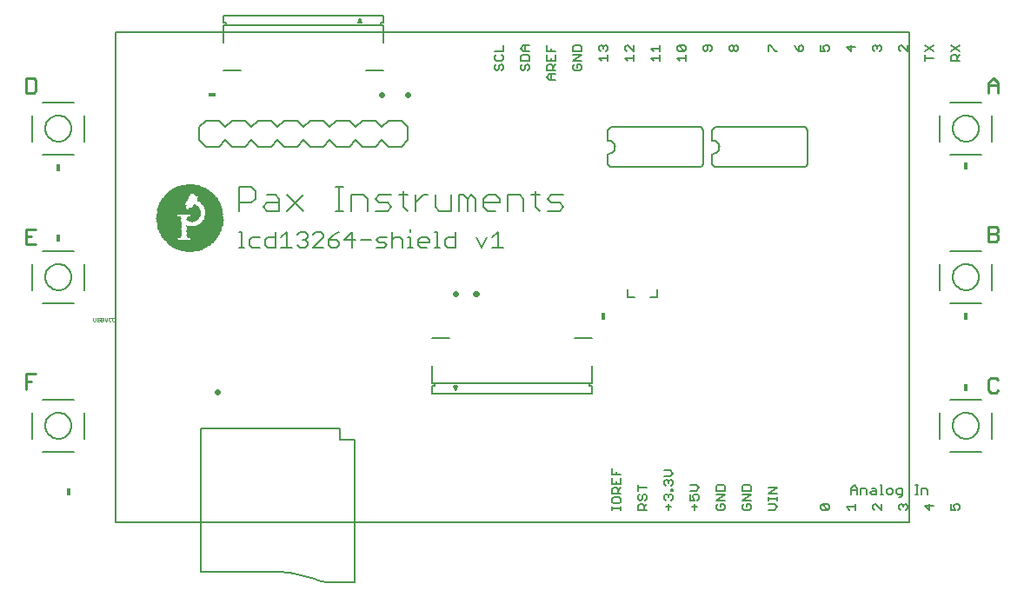
<source format=gto>
G75*
%MOIN*%
%OFA0B0*%
%FSLAX24Y24*%
%IPPOS*%
%LPD*%
%AMOC8*
5,1,8,0,0,1.08239X$1,22.5*
%
%ADD10C,0.0110*%
%ADD11C,0.0020*%
%ADD12C,0.0080*%
%ADD13C,0.0050*%
%ADD14R,0.0180X0.0300*%
%ADD15C,0.0220*%
%ADD16R,0.0300X0.0180*%
%ADD17C,0.0060*%
%ADD18R,0.0160X0.0010*%
%ADD19R,0.0360X0.0010*%
%ADD20R,0.0480X0.0010*%
%ADD21R,0.0580X0.0010*%
%ADD22R,0.0660X0.0010*%
%ADD23R,0.0730X0.0010*%
%ADD24R,0.0800X0.0010*%
%ADD25R,0.0860X0.0010*%
%ADD26R,0.0910X0.0010*%
%ADD27R,0.0960X0.0010*%
%ADD28R,0.1010X0.0010*%
%ADD29R,0.1060X0.0010*%
%ADD30R,0.1100X0.0010*%
%ADD31R,0.1140X0.0010*%
%ADD32R,0.1180X0.0010*%
%ADD33R,0.1220X0.0010*%
%ADD34R,0.1260X0.0010*%
%ADD35R,0.1290X0.0010*%
%ADD36R,0.1320X0.0010*%
%ADD37R,0.1360X0.0010*%
%ADD38R,0.1380X0.0010*%
%ADD39R,0.1420X0.0010*%
%ADD40R,0.1440X0.0010*%
%ADD41R,0.1480X0.0010*%
%ADD42R,0.1500X0.0010*%
%ADD43R,0.1530X0.0010*%
%ADD44R,0.1560X0.0010*%
%ADD45R,0.1580X0.0010*%
%ADD46R,0.1610X0.0010*%
%ADD47R,0.1640X0.0010*%
%ADD48R,0.1660X0.0010*%
%ADD49R,0.1680X0.0010*%
%ADD50R,0.1700X0.0010*%
%ADD51R,0.1720X0.0010*%
%ADD52R,0.1750X0.0010*%
%ADD53R,0.1770X0.0010*%
%ADD54R,0.1790X0.0010*%
%ADD55R,0.1810X0.0010*%
%ADD56R,0.1830X0.0010*%
%ADD57R,0.1850X0.0010*%
%ADD58R,0.1870X0.0010*%
%ADD59R,0.1890X0.0010*%
%ADD60R,0.1900X0.0010*%
%ADD61R,0.0490X0.0010*%
%ADD62R,0.0930X0.0010*%
%ADD63R,0.0500X0.0010*%
%ADD64R,0.0940X0.0010*%
%ADD65R,0.0510X0.0010*%
%ADD66R,0.0950X0.0010*%
%ADD67R,0.0520X0.0010*%
%ADD68R,0.0530X0.0010*%
%ADD69R,0.0970X0.0010*%
%ADD70R,0.0980X0.0010*%
%ADD71R,0.0540X0.0010*%
%ADD72R,0.0550X0.0010*%
%ADD73R,0.0990X0.0010*%
%ADD74R,0.0560X0.0010*%
%ADD75R,0.1000X0.0010*%
%ADD76R,0.0570X0.0010*%
%ADD77R,0.1020X0.0010*%
%ADD78R,0.0690X0.0010*%
%ADD79R,0.1130X0.0010*%
%ADD80R,0.0720X0.0010*%
%ADD81R,0.1160X0.0010*%
%ADD82R,0.0740X0.0010*%
%ADD83R,0.0750X0.0010*%
%ADD84R,0.1190X0.0010*%
%ADD85R,0.0770X0.0010*%
%ADD86R,0.1200X0.0010*%
%ADD87R,0.0780X0.0010*%
%ADD88R,0.0790X0.0010*%
%ADD89R,0.1230X0.0010*%
%ADD90R,0.1240X0.0010*%
%ADD91R,0.1250X0.0010*%
%ADD92R,0.0810X0.0010*%
%ADD93R,0.0820X0.0010*%
%ADD94R,0.0830X0.0010*%
%ADD95R,0.1270X0.0010*%
%ADD96R,0.0840X0.0010*%
%ADD97R,0.1280X0.0010*%
%ADD98R,0.0850X0.0010*%
%ADD99R,0.1300X0.0010*%
%ADD100R,0.1310X0.0010*%
%ADD101R,0.0870X0.0010*%
%ADD102R,0.0880X0.0010*%
%ADD103R,0.0890X0.0010*%
%ADD104R,0.1330X0.0010*%
%ADD105R,0.1340X0.0010*%
%ADD106R,0.0900X0.0010*%
%ADD107R,0.1350X0.0010*%
%ADD108R,0.0920X0.0010*%
%ADD109R,0.1370X0.0010*%
%ADD110R,0.0110X0.0010*%
%ADD111R,0.1080X0.0010*%
%ADD112R,0.0060X0.0010*%
%ADD113R,0.1040X0.0010*%
%ADD114R,0.0030X0.0010*%
%ADD115R,0.0070X0.0010*%
%ADD116R,0.0180X0.0010*%
%ADD117R,0.0240X0.0010*%
%ADD118R,0.0280X0.0010*%
%ADD119R,0.0320X0.0010*%
%ADD120R,0.0390X0.0010*%
%ADD121R,0.0410X0.0010*%
%ADD122R,0.0760X0.0010*%
%ADD123R,0.0420X0.0010*%
%ADD124R,0.0430X0.0010*%
%ADD125R,0.0440X0.0010*%
%ADD126R,0.0450X0.0010*%
%ADD127R,0.0460X0.0010*%
%ADD128R,0.0470X0.0010*%
%ADD129R,0.0710X0.0010*%
%ADD130R,0.0700X0.0010*%
%ADD131R,0.0370X0.0010*%
%ADD132R,0.0380X0.0010*%
%ADD133R,0.0680X0.0010*%
%ADD134R,0.1690X0.0010*%
%ADD135R,0.0670X0.0010*%
%ADD136R,0.1670X0.0010*%
%ADD137R,0.1650X0.0010*%
%ADD138R,0.1170X0.0010*%
%ADD139R,0.1150X0.0010*%
%ADD140R,0.1120X0.0010*%
%ADD141R,0.1110X0.0010*%
%ADD142R,0.1090X0.0010*%
%ADD143R,0.1070X0.0010*%
%ADD144R,0.1050X0.0010*%
%ADD145R,0.0400X0.0010*%
%ADD146R,0.0050X0.0010*%
%ADD147R,0.0290X0.0010*%
%ADD148R,0.0270X0.0010*%
%ADD149R,0.0250X0.0010*%
%ADD150R,0.0230X0.0010*%
%ADD151R,0.0220X0.0010*%
%ADD152R,0.0200X0.0010*%
%ADD153R,0.0170X0.0010*%
%ADD154R,0.0150X0.0010*%
%ADD155R,0.0130X0.0010*%
%ADD156R,0.1030X0.0010*%
%ADD157R,0.0080X0.0010*%
%ADD158R,0.0020X0.0010*%
%ADD159R,0.1620X0.0010*%
%ADD160R,0.1600X0.0010*%
%ADD161R,0.1550X0.0010*%
%ADD162R,0.1520X0.0010*%
%ADD163R,0.1470X0.0010*%
%ADD164R,0.1410X0.0010*%
%ADD165R,0.0640X0.0010*%
%ADD166R,0.0310X0.0010*%
D10*
X016615Y012348D02*
X016615Y012939D01*
X017008Y012939D01*
X016811Y012644D02*
X016615Y012644D01*
X016615Y017898D02*
X017008Y017898D01*
X016811Y018194D02*
X016615Y018194D01*
X016615Y018489D02*
X016615Y017898D01*
X016615Y018489D02*
X017008Y018489D01*
X016910Y023698D02*
X016615Y023698D01*
X016615Y024289D01*
X016910Y024289D01*
X017008Y024190D01*
X017008Y023797D01*
X016910Y023698D01*
X053515Y023698D02*
X053515Y024092D01*
X053711Y024289D01*
X053908Y024092D01*
X053908Y023698D01*
X053908Y023994D02*
X053515Y023994D01*
X053515Y018589D02*
X053810Y018589D01*
X053908Y018490D01*
X053908Y018392D01*
X053810Y018294D01*
X053515Y018294D01*
X053810Y018294D02*
X053908Y018195D01*
X053908Y018097D01*
X053810Y017998D01*
X053515Y017998D01*
X053515Y018589D01*
X053613Y012789D02*
X053515Y012690D01*
X053515Y012297D01*
X053613Y012198D01*
X053810Y012198D01*
X053908Y012297D01*
X053908Y012690D02*
X053810Y012789D01*
X053613Y012789D01*
D11*
X020033Y014972D02*
X020009Y014948D01*
X019963Y014948D01*
X019939Y014972D01*
X019939Y015065D01*
X019963Y015088D01*
X020009Y015088D01*
X020033Y015065D01*
X019885Y015065D02*
X019862Y015088D01*
X019815Y015088D01*
X019792Y015065D01*
X019792Y014972D01*
X019815Y014948D01*
X019862Y014948D01*
X019885Y014972D01*
X019738Y014995D02*
X019738Y015088D01*
X019738Y014995D02*
X019691Y014948D01*
X019645Y014995D01*
X019645Y015088D01*
X019591Y015065D02*
X019591Y015042D01*
X019567Y015018D01*
X019497Y015018D01*
X019443Y014995D02*
X019443Y014972D01*
X019420Y014948D01*
X019373Y014948D01*
X019350Y014972D01*
X019373Y015018D02*
X019420Y015018D01*
X019443Y014995D01*
X019443Y015065D02*
X019420Y015088D01*
X019373Y015088D01*
X019350Y015065D01*
X019350Y015042D01*
X019373Y015018D01*
X019296Y014972D02*
X019296Y015088D01*
X019203Y015088D02*
X019203Y014972D01*
X019226Y014948D01*
X019273Y014948D01*
X019296Y014972D01*
X019497Y014948D02*
X019567Y014948D01*
X019591Y014972D01*
X019591Y014995D01*
X019567Y015018D01*
X019591Y015065D02*
X019567Y015088D01*
X019497Y015088D01*
X019497Y014948D01*
D12*
X018466Y009943D02*
X017253Y009943D01*
X016860Y010455D02*
X016860Y011431D01*
X017253Y011943D02*
X018466Y011943D01*
X018860Y011431D02*
X018860Y010443D01*
X017360Y010943D02*
X017362Y010987D01*
X017368Y011031D01*
X017378Y011074D01*
X017391Y011116D01*
X017408Y011157D01*
X017429Y011196D01*
X017453Y011233D01*
X017480Y011268D01*
X017510Y011300D01*
X017543Y011330D01*
X017579Y011356D01*
X017616Y011380D01*
X017656Y011399D01*
X017697Y011416D01*
X017740Y011428D01*
X017783Y011437D01*
X017827Y011442D01*
X017871Y011443D01*
X017915Y011440D01*
X017959Y011433D01*
X018002Y011422D01*
X018044Y011408D01*
X018084Y011390D01*
X018123Y011368D01*
X018159Y011344D01*
X018193Y011316D01*
X018225Y011285D01*
X018254Y011251D01*
X018280Y011215D01*
X018302Y011177D01*
X018321Y011137D01*
X018336Y011095D01*
X018348Y011053D01*
X018356Y011009D01*
X018360Y010965D01*
X018360Y010921D01*
X018356Y010877D01*
X018348Y010833D01*
X018336Y010791D01*
X018321Y010749D01*
X018302Y010709D01*
X018280Y010671D01*
X018254Y010635D01*
X018225Y010601D01*
X018193Y010570D01*
X018159Y010542D01*
X018123Y010518D01*
X018084Y010496D01*
X018044Y010478D01*
X018002Y010464D01*
X017959Y010453D01*
X017915Y010446D01*
X017871Y010443D01*
X017827Y010444D01*
X017783Y010449D01*
X017740Y010458D01*
X017697Y010470D01*
X017656Y010487D01*
X017616Y010506D01*
X017579Y010530D01*
X017543Y010556D01*
X017510Y010586D01*
X017480Y010618D01*
X017453Y010653D01*
X017429Y010690D01*
X017408Y010729D01*
X017391Y010770D01*
X017378Y010812D01*
X017368Y010855D01*
X017362Y010899D01*
X017360Y010943D01*
X017253Y015643D02*
X018466Y015643D01*
X018860Y016143D02*
X018860Y017131D01*
X018466Y017643D02*
X017253Y017643D01*
X016860Y017131D02*
X016860Y016155D01*
X017360Y016643D02*
X017362Y016687D01*
X017368Y016731D01*
X017378Y016774D01*
X017391Y016816D01*
X017408Y016857D01*
X017429Y016896D01*
X017453Y016933D01*
X017480Y016968D01*
X017510Y017000D01*
X017543Y017030D01*
X017579Y017056D01*
X017616Y017080D01*
X017656Y017099D01*
X017697Y017116D01*
X017740Y017128D01*
X017783Y017137D01*
X017827Y017142D01*
X017871Y017143D01*
X017915Y017140D01*
X017959Y017133D01*
X018002Y017122D01*
X018044Y017108D01*
X018084Y017090D01*
X018123Y017068D01*
X018159Y017044D01*
X018193Y017016D01*
X018225Y016985D01*
X018254Y016951D01*
X018280Y016915D01*
X018302Y016877D01*
X018321Y016837D01*
X018336Y016795D01*
X018348Y016753D01*
X018356Y016709D01*
X018360Y016665D01*
X018360Y016621D01*
X018356Y016577D01*
X018348Y016533D01*
X018336Y016491D01*
X018321Y016449D01*
X018302Y016409D01*
X018280Y016371D01*
X018254Y016335D01*
X018225Y016301D01*
X018193Y016270D01*
X018159Y016242D01*
X018123Y016218D01*
X018084Y016196D01*
X018044Y016178D01*
X018002Y016164D01*
X017959Y016153D01*
X017915Y016146D01*
X017871Y016143D01*
X017827Y016144D01*
X017783Y016149D01*
X017740Y016158D01*
X017697Y016170D01*
X017656Y016187D01*
X017616Y016206D01*
X017579Y016230D01*
X017543Y016256D01*
X017510Y016286D01*
X017480Y016318D01*
X017453Y016353D01*
X017429Y016390D01*
X017408Y016429D01*
X017391Y016470D01*
X017378Y016512D01*
X017368Y016555D01*
X017362Y016599D01*
X017360Y016643D01*
X024800Y019183D02*
X024800Y020104D01*
X025260Y020104D01*
X025413Y019951D01*
X025413Y019644D01*
X025260Y019490D01*
X024800Y019490D01*
X025720Y019337D02*
X025874Y019490D01*
X026334Y019490D01*
X026334Y019644D02*
X026334Y019183D01*
X025874Y019183D01*
X025720Y019337D01*
X025874Y019797D02*
X026181Y019797D01*
X026334Y019644D01*
X026641Y019797D02*
X027255Y019183D01*
X026641Y019183D02*
X027255Y019797D01*
X028483Y020104D02*
X028790Y020104D01*
X028636Y020104D02*
X028636Y019183D01*
X028483Y019183D02*
X028790Y019183D01*
X029097Y019183D02*
X029097Y019797D01*
X029557Y019797D01*
X029710Y019644D01*
X029710Y019183D01*
X030017Y019183D02*
X030478Y019183D01*
X030631Y019337D01*
X030478Y019490D01*
X030171Y019490D01*
X030017Y019644D01*
X030171Y019797D01*
X030631Y019797D01*
X030938Y019797D02*
X031245Y019797D01*
X031092Y019951D02*
X031092Y019337D01*
X031245Y019183D01*
X031552Y019183D02*
X031552Y019797D01*
X031552Y019490D02*
X031859Y019797D01*
X032012Y019797D01*
X032319Y019797D02*
X032319Y019337D01*
X032473Y019183D01*
X032933Y019183D01*
X032933Y019797D01*
X033240Y019797D02*
X033394Y019797D01*
X033547Y019644D01*
X033700Y019797D01*
X033854Y019644D01*
X033854Y019183D01*
X033547Y019183D02*
X033547Y019644D01*
X033240Y019797D02*
X033240Y019183D01*
X034161Y019337D02*
X034161Y019644D01*
X034314Y019797D01*
X034621Y019797D01*
X034775Y019644D01*
X034775Y019490D01*
X034161Y019490D01*
X034161Y019337D02*
X034314Y019183D01*
X034621Y019183D01*
X035082Y019183D02*
X035082Y019797D01*
X035542Y019797D01*
X035695Y019644D01*
X035695Y019183D01*
X036156Y019337D02*
X036309Y019183D01*
X036156Y019337D02*
X036156Y019951D01*
X036002Y019797D02*
X036309Y019797D01*
X036616Y019644D02*
X036770Y019797D01*
X037230Y019797D01*
X037077Y019490D02*
X036770Y019490D01*
X036616Y019644D01*
X036616Y019183D02*
X037077Y019183D01*
X037230Y019337D01*
X037077Y019490D01*
X038940Y020988D02*
X038940Y021383D01*
X038960Y021383D02*
X038990Y021385D01*
X039020Y021390D01*
X039049Y021399D01*
X039076Y021412D01*
X039102Y021427D01*
X039126Y021446D01*
X039147Y021467D01*
X039166Y021491D01*
X039181Y021517D01*
X039194Y021544D01*
X039203Y021573D01*
X039208Y021603D01*
X039210Y021633D01*
X039208Y021663D01*
X039203Y021693D01*
X039194Y021722D01*
X039181Y021749D01*
X039166Y021775D01*
X039147Y021799D01*
X039126Y021820D01*
X039102Y021839D01*
X039076Y021854D01*
X039049Y021867D01*
X039020Y021876D01*
X038990Y021881D01*
X038960Y021883D01*
X038940Y021883D02*
X038940Y022215D01*
X038939Y022220D02*
X038938Y022245D01*
X038940Y022269D01*
X038946Y022293D01*
X038955Y022315D01*
X038968Y022336D01*
X038983Y022355D01*
X039001Y022372D01*
X039021Y022386D01*
X039042Y022397D01*
X039065Y022405D01*
X039089Y022410D01*
X039090Y022410D02*
X042430Y022410D01*
X042453Y022408D01*
X042476Y022403D01*
X042498Y022394D01*
X042518Y022381D01*
X042536Y022366D01*
X042551Y022348D01*
X042564Y022328D01*
X042573Y022306D01*
X042578Y022283D01*
X042580Y022260D01*
X042580Y021027D01*
X042581Y021006D01*
X042579Y020985D01*
X042574Y020965D01*
X042566Y020946D01*
X042555Y020929D01*
X042542Y020913D01*
X042526Y020900D01*
X042508Y020889D01*
X042489Y020881D01*
X042469Y020876D01*
X042469Y020877D02*
X039090Y020877D01*
X039090Y020876D02*
X039069Y020875D01*
X039048Y020877D01*
X039028Y020882D01*
X039009Y020890D01*
X038992Y020901D01*
X038976Y020914D01*
X038963Y020930D01*
X038952Y020948D01*
X038944Y020967D01*
X038939Y020987D01*
X042940Y020988D02*
X042940Y021383D01*
X042960Y021383D02*
X042990Y021385D01*
X043020Y021390D01*
X043049Y021399D01*
X043076Y021412D01*
X043102Y021427D01*
X043126Y021446D01*
X043147Y021467D01*
X043166Y021491D01*
X043181Y021517D01*
X043194Y021544D01*
X043203Y021573D01*
X043208Y021603D01*
X043210Y021633D01*
X043208Y021663D01*
X043203Y021693D01*
X043194Y021722D01*
X043181Y021749D01*
X043166Y021775D01*
X043147Y021799D01*
X043126Y021820D01*
X043102Y021839D01*
X043076Y021854D01*
X043049Y021867D01*
X043020Y021876D01*
X042990Y021881D01*
X042960Y021883D01*
X042940Y021883D02*
X042940Y022215D01*
X042939Y022220D02*
X042938Y022245D01*
X042940Y022269D01*
X042946Y022293D01*
X042955Y022315D01*
X042968Y022336D01*
X042983Y022355D01*
X043001Y022372D01*
X043021Y022386D01*
X043042Y022397D01*
X043065Y022405D01*
X043089Y022410D01*
X043090Y022410D02*
X046430Y022410D01*
X046453Y022408D01*
X046476Y022403D01*
X046498Y022394D01*
X046518Y022381D01*
X046536Y022366D01*
X046551Y022348D01*
X046564Y022328D01*
X046573Y022306D01*
X046578Y022283D01*
X046580Y022260D01*
X046580Y021027D01*
X046581Y021006D01*
X046579Y020985D01*
X046574Y020965D01*
X046566Y020946D01*
X046555Y020929D01*
X046542Y020913D01*
X046526Y020900D01*
X046508Y020889D01*
X046489Y020881D01*
X046469Y020876D01*
X046469Y020877D02*
X043090Y020877D01*
X043090Y020876D02*
X043069Y020875D01*
X043048Y020877D01*
X043028Y020882D01*
X043009Y020890D01*
X042992Y020901D01*
X042976Y020914D01*
X042963Y020930D01*
X042952Y020948D01*
X042944Y020967D01*
X042939Y020987D01*
X040811Y016183D02*
X040811Y015868D01*
X040574Y015868D01*
X039945Y015868D02*
X039708Y015868D01*
X039708Y016183D01*
X038330Y014315D02*
X037661Y014315D01*
X038330Y013240D02*
X038330Y012582D01*
X038212Y012582D01*
X032307Y012582D01*
X032307Y012464D01*
X032189Y012464D01*
X032189Y012189D01*
X038330Y012189D01*
X038330Y012464D01*
X038212Y012464D01*
X038212Y012582D01*
X033173Y012464D02*
X033094Y012307D01*
X033015Y012464D01*
X033173Y012464D01*
X033152Y012423D02*
X033036Y012423D01*
X033075Y012345D02*
X033113Y012345D01*
X032307Y012582D02*
X032189Y012582D01*
X032189Y013240D01*
X032189Y014315D02*
X032858Y014315D01*
X031010Y021643D02*
X030510Y021643D01*
X030260Y021893D01*
X030010Y021643D01*
X029510Y021643D01*
X029260Y021893D01*
X029010Y021643D01*
X028510Y021643D01*
X028260Y021893D01*
X028010Y021643D01*
X027510Y021643D01*
X027260Y021893D01*
X027010Y021643D01*
X026510Y021643D01*
X026260Y021893D01*
X026010Y021643D01*
X025510Y021643D01*
X025260Y021893D01*
X025010Y021643D01*
X024510Y021643D01*
X024260Y021893D01*
X024010Y021643D01*
X023510Y021643D01*
X023260Y021893D01*
X023260Y022393D01*
X023510Y022643D01*
X024010Y022643D01*
X024260Y022393D01*
X024510Y022643D01*
X025010Y022643D01*
X025260Y022393D01*
X025510Y022643D01*
X026010Y022643D01*
X026260Y022393D01*
X026510Y022643D01*
X027010Y022643D01*
X027260Y022393D01*
X027510Y022643D01*
X028010Y022643D01*
X028260Y022393D01*
X028510Y022643D01*
X029010Y022643D01*
X029260Y022393D01*
X029510Y022643D01*
X030010Y022643D01*
X030260Y022393D01*
X030510Y022643D01*
X031010Y022643D01*
X031260Y022393D01*
X031260Y021893D01*
X031010Y021643D01*
X030330Y024559D02*
X029661Y024559D01*
X030330Y025634D02*
X030330Y026291D01*
X030212Y026291D01*
X024307Y026291D01*
X024189Y026291D01*
X024189Y025634D01*
X024307Y026291D02*
X024307Y026409D01*
X024189Y026409D01*
X024189Y026685D01*
X030330Y026685D01*
X030330Y026409D01*
X030212Y026409D01*
X030212Y026291D01*
X029504Y026409D02*
X029346Y026409D01*
X029425Y026567D01*
X029504Y026409D01*
X029471Y026475D02*
X029379Y026475D01*
X029418Y026553D02*
X029432Y026553D01*
X024858Y024559D02*
X024189Y024559D01*
X018860Y022831D02*
X018860Y021855D01*
X018466Y021343D02*
X017253Y021343D01*
X016860Y021855D02*
X016860Y022843D01*
X017253Y023343D02*
X018466Y023343D01*
X017360Y022343D02*
X017362Y022387D01*
X017368Y022431D01*
X017378Y022474D01*
X017391Y022516D01*
X017408Y022557D01*
X017429Y022596D01*
X017453Y022633D01*
X017480Y022668D01*
X017510Y022700D01*
X017543Y022730D01*
X017579Y022756D01*
X017616Y022780D01*
X017656Y022799D01*
X017697Y022816D01*
X017740Y022828D01*
X017783Y022837D01*
X017827Y022842D01*
X017871Y022843D01*
X017915Y022840D01*
X017959Y022833D01*
X018002Y022822D01*
X018044Y022808D01*
X018084Y022790D01*
X018123Y022768D01*
X018159Y022744D01*
X018193Y022716D01*
X018225Y022685D01*
X018254Y022651D01*
X018280Y022615D01*
X018302Y022577D01*
X018321Y022537D01*
X018336Y022495D01*
X018348Y022453D01*
X018356Y022409D01*
X018360Y022365D01*
X018360Y022321D01*
X018356Y022277D01*
X018348Y022233D01*
X018336Y022191D01*
X018321Y022149D01*
X018302Y022109D01*
X018280Y022071D01*
X018254Y022035D01*
X018225Y022001D01*
X018193Y021970D01*
X018159Y021942D01*
X018123Y021918D01*
X018084Y021896D01*
X018044Y021878D01*
X018002Y021864D01*
X017959Y021853D01*
X017915Y021846D01*
X017871Y021843D01*
X017827Y021844D01*
X017783Y021849D01*
X017740Y021858D01*
X017697Y021870D01*
X017656Y021887D01*
X017616Y021906D01*
X017579Y021930D01*
X017543Y021956D01*
X017510Y021986D01*
X017480Y022018D01*
X017453Y022053D01*
X017429Y022090D01*
X017408Y022129D01*
X017391Y022170D01*
X017378Y022212D01*
X017368Y022255D01*
X017362Y022299D01*
X017360Y022343D01*
X051660Y021855D02*
X051660Y022843D01*
X052053Y023343D02*
X053266Y023343D01*
X053660Y022831D02*
X053660Y021855D01*
X053266Y021343D02*
X052053Y021343D01*
X052160Y022343D02*
X052162Y022387D01*
X052168Y022431D01*
X052178Y022474D01*
X052191Y022516D01*
X052208Y022557D01*
X052229Y022596D01*
X052253Y022633D01*
X052280Y022668D01*
X052310Y022700D01*
X052343Y022730D01*
X052379Y022756D01*
X052416Y022780D01*
X052456Y022799D01*
X052497Y022816D01*
X052540Y022828D01*
X052583Y022837D01*
X052627Y022842D01*
X052671Y022843D01*
X052715Y022840D01*
X052759Y022833D01*
X052802Y022822D01*
X052844Y022808D01*
X052884Y022790D01*
X052923Y022768D01*
X052959Y022744D01*
X052993Y022716D01*
X053025Y022685D01*
X053054Y022651D01*
X053080Y022615D01*
X053102Y022577D01*
X053121Y022537D01*
X053136Y022495D01*
X053148Y022453D01*
X053156Y022409D01*
X053160Y022365D01*
X053160Y022321D01*
X053156Y022277D01*
X053148Y022233D01*
X053136Y022191D01*
X053121Y022149D01*
X053102Y022109D01*
X053080Y022071D01*
X053054Y022035D01*
X053025Y022001D01*
X052993Y021970D01*
X052959Y021942D01*
X052923Y021918D01*
X052884Y021896D01*
X052844Y021878D01*
X052802Y021864D01*
X052759Y021853D01*
X052715Y021846D01*
X052671Y021843D01*
X052627Y021844D01*
X052583Y021849D01*
X052540Y021858D01*
X052497Y021870D01*
X052456Y021887D01*
X052416Y021906D01*
X052379Y021930D01*
X052343Y021956D01*
X052310Y021986D01*
X052280Y022018D01*
X052253Y022053D01*
X052229Y022090D01*
X052208Y022129D01*
X052191Y022170D01*
X052178Y022212D01*
X052168Y022255D01*
X052162Y022299D01*
X052160Y022343D01*
X052053Y017643D02*
X053266Y017643D01*
X053660Y017131D02*
X053660Y016155D01*
X053266Y015643D02*
X052053Y015643D01*
X051660Y016155D02*
X051660Y017143D01*
X052160Y016643D02*
X052162Y016687D01*
X052168Y016731D01*
X052178Y016774D01*
X052191Y016816D01*
X052208Y016857D01*
X052229Y016896D01*
X052253Y016933D01*
X052280Y016968D01*
X052310Y017000D01*
X052343Y017030D01*
X052379Y017056D01*
X052416Y017080D01*
X052456Y017099D01*
X052497Y017116D01*
X052540Y017128D01*
X052583Y017137D01*
X052627Y017142D01*
X052671Y017143D01*
X052715Y017140D01*
X052759Y017133D01*
X052802Y017122D01*
X052844Y017108D01*
X052884Y017090D01*
X052923Y017068D01*
X052959Y017044D01*
X052993Y017016D01*
X053025Y016985D01*
X053054Y016951D01*
X053080Y016915D01*
X053102Y016877D01*
X053121Y016837D01*
X053136Y016795D01*
X053148Y016753D01*
X053156Y016709D01*
X053160Y016665D01*
X053160Y016621D01*
X053156Y016577D01*
X053148Y016533D01*
X053136Y016491D01*
X053121Y016449D01*
X053102Y016409D01*
X053080Y016371D01*
X053054Y016335D01*
X053025Y016301D01*
X052993Y016270D01*
X052959Y016242D01*
X052923Y016218D01*
X052884Y016196D01*
X052844Y016178D01*
X052802Y016164D01*
X052759Y016153D01*
X052715Y016146D01*
X052671Y016143D01*
X052627Y016144D01*
X052583Y016149D01*
X052540Y016158D01*
X052497Y016170D01*
X052456Y016187D01*
X052416Y016206D01*
X052379Y016230D01*
X052343Y016256D01*
X052310Y016286D01*
X052280Y016318D01*
X052253Y016353D01*
X052229Y016390D01*
X052208Y016429D01*
X052191Y016470D01*
X052178Y016512D01*
X052168Y016555D01*
X052162Y016599D01*
X052160Y016643D01*
X052053Y011943D02*
X053266Y011943D01*
X053660Y011431D02*
X053660Y010455D01*
X053266Y009943D02*
X052053Y009943D01*
X051660Y010455D02*
X051660Y011443D01*
X052160Y010943D02*
X052162Y010987D01*
X052168Y011031D01*
X052178Y011074D01*
X052191Y011116D01*
X052208Y011157D01*
X052229Y011196D01*
X052253Y011233D01*
X052280Y011268D01*
X052310Y011300D01*
X052343Y011330D01*
X052379Y011356D01*
X052416Y011380D01*
X052456Y011399D01*
X052497Y011416D01*
X052540Y011428D01*
X052583Y011437D01*
X052627Y011442D01*
X052671Y011443D01*
X052715Y011440D01*
X052759Y011433D01*
X052802Y011422D01*
X052844Y011408D01*
X052884Y011390D01*
X052923Y011368D01*
X052959Y011344D01*
X052993Y011316D01*
X053025Y011285D01*
X053054Y011251D01*
X053080Y011215D01*
X053102Y011177D01*
X053121Y011137D01*
X053136Y011095D01*
X053148Y011053D01*
X053156Y011009D01*
X053160Y010965D01*
X053160Y010921D01*
X053156Y010877D01*
X053148Y010833D01*
X053136Y010791D01*
X053121Y010749D01*
X053102Y010709D01*
X053080Y010671D01*
X053054Y010635D01*
X053025Y010601D01*
X052993Y010570D01*
X052959Y010542D01*
X052923Y010518D01*
X052884Y010496D01*
X052844Y010478D01*
X052802Y010464D01*
X052759Y010453D01*
X052715Y010446D01*
X052671Y010443D01*
X052627Y010444D01*
X052583Y010449D01*
X052540Y010458D01*
X052497Y010470D01*
X052456Y010487D01*
X052416Y010506D01*
X052379Y010530D01*
X052343Y010556D01*
X052310Y010586D01*
X052280Y010618D01*
X052253Y010653D01*
X052229Y010690D01*
X052208Y010729D01*
X052191Y010770D01*
X052178Y010812D01*
X052168Y010855D01*
X052162Y010899D01*
X052160Y010943D01*
D13*
X050476Y007234D02*
X050476Y026053D01*
X020043Y026053D01*
X020043Y007234D01*
X050476Y007234D01*
X034915Y017768D02*
X034508Y017768D01*
X034712Y017768D02*
X034712Y018379D01*
X034508Y018175D01*
X034307Y018175D02*
X034104Y017768D01*
X033900Y018175D01*
X033092Y018175D02*
X032787Y018175D01*
X032685Y018074D01*
X032685Y017870D01*
X032787Y017768D01*
X033092Y017768D01*
X033092Y018379D01*
X032381Y018379D02*
X032381Y017768D01*
X032280Y017768D02*
X032483Y017768D01*
X032079Y017972D02*
X031672Y017972D01*
X031672Y018074D02*
X031774Y018175D01*
X031977Y018175D01*
X032079Y018074D01*
X032079Y017972D01*
X031977Y017768D02*
X031774Y017768D01*
X031672Y017870D01*
X031672Y018074D01*
X031369Y018175D02*
X031369Y017768D01*
X031470Y017768D02*
X031267Y017768D01*
X031066Y017768D02*
X031066Y018074D01*
X030964Y018175D01*
X030761Y018175D01*
X030659Y018074D01*
X030458Y018175D02*
X030153Y018175D01*
X030051Y018074D01*
X030153Y017972D01*
X030357Y017972D01*
X030458Y017870D01*
X030357Y017768D01*
X030051Y017768D01*
X029851Y018074D02*
X029444Y018074D01*
X029243Y018074D02*
X028836Y018074D01*
X029141Y018379D01*
X029141Y017768D01*
X028635Y017870D02*
X028635Y017972D01*
X028534Y018074D01*
X028228Y018074D01*
X028228Y017870D01*
X028330Y017768D01*
X028534Y017768D01*
X028635Y017870D01*
X028432Y018277D02*
X028228Y018074D01*
X028028Y018175D02*
X027621Y017768D01*
X028028Y017768D01*
X027420Y017870D02*
X027318Y017768D01*
X027115Y017768D01*
X027013Y017870D01*
X026812Y017768D02*
X026405Y017768D01*
X026204Y017768D02*
X025899Y017768D01*
X025797Y017870D01*
X025797Y018074D01*
X025899Y018175D01*
X026204Y018175D01*
X026405Y018175D02*
X026609Y018379D01*
X026609Y017768D01*
X026204Y017768D02*
X026204Y018379D01*
X025597Y018175D02*
X025291Y018175D01*
X025190Y018074D01*
X025190Y017870D01*
X025291Y017768D01*
X025597Y017768D01*
X024988Y017768D02*
X024785Y017768D01*
X024886Y017768D02*
X024886Y018379D01*
X024785Y018379D01*
X027013Y018277D02*
X027115Y018379D01*
X027318Y018379D01*
X027420Y018277D01*
X027420Y018175D01*
X027318Y018074D01*
X027420Y017972D01*
X027420Y017870D01*
X027318Y018074D02*
X027216Y018074D01*
X027621Y018277D02*
X027722Y018379D01*
X027926Y018379D01*
X028028Y018277D01*
X028028Y018175D01*
X028432Y018277D02*
X028635Y018379D01*
X030659Y018379D02*
X030659Y017768D01*
X031267Y018175D02*
X031369Y018175D01*
X031369Y018379D02*
X031369Y018481D01*
X032280Y018379D02*
X032381Y018379D01*
X028660Y010843D02*
X023310Y010843D01*
X023310Y005343D01*
X026039Y005343D01*
X028213Y004943D02*
X029210Y004943D01*
X029210Y010393D01*
X028660Y010393D01*
X028660Y010843D01*
X027819Y005015D02*
X027874Y004996D01*
X027929Y004980D01*
X027985Y004967D01*
X028041Y004956D01*
X028098Y004949D01*
X028156Y004944D01*
X028213Y004943D01*
X027819Y005015D02*
X027687Y005063D01*
X027555Y005108D01*
X027421Y005148D01*
X027286Y005185D01*
X027150Y005218D01*
X027013Y005247D01*
X026875Y005273D01*
X026737Y005294D01*
X026598Y005312D01*
X026458Y005325D01*
X026319Y005335D01*
X026179Y005341D01*
X026039Y005343D01*
D14*
X018260Y008393D03*
X017860Y018143D03*
X017860Y020843D03*
X038760Y015143D03*
X052660Y015143D03*
X052660Y012393D03*
X052660Y020893D03*
D15*
X033894Y016018D02*
X033870Y016018D01*
X033106Y016018D02*
X033082Y016018D01*
X023972Y012243D02*
X023948Y012243D01*
X030248Y023643D02*
X030272Y023643D01*
X031248Y023643D02*
X031272Y023643D01*
D16*
X023760Y023643D03*
D17*
X034589Y024625D02*
X034646Y024568D01*
X034703Y024568D01*
X034759Y024625D01*
X034759Y024739D01*
X034816Y024795D01*
X034873Y024795D01*
X034930Y024739D01*
X034930Y024625D01*
X034873Y024568D01*
X034589Y024625D02*
X034589Y024739D01*
X034646Y024795D01*
X034646Y024937D02*
X034873Y024937D01*
X034930Y024993D01*
X034930Y025107D01*
X034873Y025164D01*
X034930Y025305D02*
X034930Y025532D01*
X034930Y025305D02*
X034589Y025305D01*
X034646Y025164D02*
X034589Y025107D01*
X034589Y024993D01*
X034646Y024937D01*
X035589Y024937D02*
X035589Y025107D01*
X035646Y025164D01*
X035873Y025164D01*
X035930Y025107D01*
X035930Y024937D01*
X035589Y024937D01*
X035646Y024795D02*
X035589Y024739D01*
X035589Y024625D01*
X035646Y024568D01*
X035703Y024568D01*
X035759Y024625D01*
X035759Y024739D01*
X035816Y024795D01*
X035873Y024795D01*
X035930Y024739D01*
X035930Y024625D01*
X035873Y024568D01*
X036589Y024568D02*
X036589Y024739D01*
X036646Y024795D01*
X036759Y024795D01*
X036816Y024739D01*
X036816Y024568D01*
X036930Y024568D02*
X036589Y024568D01*
X036703Y024427D02*
X036930Y024427D01*
X036759Y024427D02*
X036759Y024200D01*
X036703Y024200D02*
X036589Y024313D01*
X036703Y024427D01*
X036703Y024200D02*
X036930Y024200D01*
X036816Y024682D02*
X036930Y024795D01*
X036930Y024937D02*
X036930Y025164D01*
X036930Y025305D02*
X036589Y025305D01*
X036589Y025532D01*
X036759Y025418D02*
X036759Y025305D01*
X036589Y025164D02*
X036589Y024937D01*
X036930Y024937D01*
X036759Y024937D02*
X036759Y025050D01*
X037589Y024937D02*
X037930Y025164D01*
X037589Y025164D01*
X037589Y025305D02*
X037589Y025475D01*
X037646Y025532D01*
X037873Y025532D01*
X037930Y025475D01*
X037930Y025305D01*
X037589Y025305D01*
X037589Y024937D02*
X037930Y024937D01*
X037873Y024795D02*
X037759Y024795D01*
X037759Y024682D01*
X037646Y024795D02*
X037589Y024739D01*
X037589Y024625D01*
X037646Y024568D01*
X037873Y024568D01*
X037930Y024625D01*
X037930Y024739D01*
X037873Y024795D01*
X038589Y025050D02*
X038930Y025050D01*
X038930Y024937D02*
X038930Y025164D01*
X038873Y025305D02*
X038930Y025362D01*
X038930Y025475D01*
X038873Y025532D01*
X038816Y025532D01*
X038759Y025475D01*
X038759Y025418D01*
X038759Y025475D02*
X038703Y025532D01*
X038646Y025532D01*
X038589Y025475D01*
X038589Y025362D01*
X038646Y025305D01*
X038589Y025050D02*
X038703Y024937D01*
X039589Y025050D02*
X039930Y025050D01*
X039930Y024937D02*
X039930Y025164D01*
X039930Y025305D02*
X039703Y025532D01*
X039646Y025532D01*
X039589Y025475D01*
X039589Y025362D01*
X039646Y025305D01*
X039589Y025050D02*
X039703Y024937D01*
X039930Y025305D02*
X039930Y025532D01*
X040589Y025418D02*
X040930Y025418D01*
X040930Y025305D02*
X040930Y025532D01*
X040703Y025305D02*
X040589Y025418D01*
X040589Y025050D02*
X040930Y025050D01*
X040930Y024937D02*
X040930Y025164D01*
X040703Y024937D02*
X040589Y025050D01*
X041589Y025050D02*
X041930Y025050D01*
X041930Y024937D02*
X041930Y025164D01*
X041873Y025305D02*
X041646Y025532D01*
X041873Y025532D01*
X041930Y025475D01*
X041930Y025362D01*
X041873Y025305D01*
X041646Y025305D01*
X041589Y025362D01*
X041589Y025475D01*
X041646Y025532D01*
X041589Y025050D02*
X041703Y024937D01*
X042589Y025362D02*
X042646Y025305D01*
X042703Y025305D01*
X042759Y025362D01*
X042759Y025532D01*
X042646Y025532D02*
X042589Y025475D01*
X042589Y025362D01*
X042646Y025532D02*
X042873Y025532D01*
X042930Y025475D01*
X042930Y025362D01*
X042873Y025305D01*
X043589Y025362D02*
X043589Y025475D01*
X043646Y025532D01*
X043703Y025532D01*
X043759Y025475D01*
X043759Y025362D01*
X043703Y025305D01*
X043646Y025305D01*
X043589Y025362D01*
X043759Y025362D02*
X043816Y025305D01*
X043873Y025305D01*
X043930Y025362D01*
X043930Y025475D01*
X043873Y025532D01*
X043816Y025532D01*
X043759Y025475D01*
X045089Y025532D02*
X045089Y025305D01*
X045089Y025532D02*
X045146Y025532D01*
X045373Y025305D01*
X045430Y025305D01*
X046089Y025532D02*
X046146Y025418D01*
X046259Y025305D01*
X046259Y025475D01*
X046316Y025532D01*
X046373Y025532D01*
X046430Y025475D01*
X046430Y025362D01*
X046373Y025305D01*
X046259Y025305D01*
X047089Y025305D02*
X047089Y025532D01*
X047203Y025475D02*
X047259Y025532D01*
X047373Y025532D01*
X047430Y025475D01*
X047430Y025362D01*
X047373Y025305D01*
X047259Y025305D02*
X047203Y025418D01*
X047203Y025475D01*
X047259Y025305D02*
X047089Y025305D01*
X048089Y025475D02*
X048259Y025305D01*
X048259Y025532D01*
X048089Y025475D02*
X048430Y025475D01*
X049089Y025475D02*
X049146Y025532D01*
X049203Y025532D01*
X049259Y025475D01*
X049316Y025532D01*
X049373Y025532D01*
X049430Y025475D01*
X049430Y025362D01*
X049373Y025305D01*
X049259Y025418D02*
X049259Y025475D01*
X049089Y025475D02*
X049089Y025362D01*
X049146Y025305D01*
X050089Y025362D02*
X050146Y025305D01*
X050089Y025362D02*
X050089Y025475D01*
X050146Y025532D01*
X050203Y025532D01*
X050430Y025305D01*
X050430Y025532D01*
X051089Y025532D02*
X051430Y025305D01*
X051430Y025532D02*
X051089Y025305D01*
X051089Y025164D02*
X051089Y024937D01*
X051089Y025050D02*
X051430Y025050D01*
X052089Y025107D02*
X052146Y025164D01*
X052259Y025164D01*
X052316Y025107D01*
X052316Y024937D01*
X052316Y025050D02*
X052430Y025164D01*
X052430Y025305D02*
X052089Y025532D01*
X052089Y025305D02*
X052430Y025532D01*
X052089Y025107D02*
X052089Y024937D01*
X052430Y024937D01*
X035930Y025305D02*
X035703Y025305D01*
X035589Y025418D01*
X035703Y025532D01*
X035930Y025532D01*
X035759Y025532D02*
X035759Y025305D01*
X039089Y009296D02*
X039089Y009069D01*
X039430Y009069D01*
X039430Y008927D02*
X039430Y008700D01*
X039089Y008700D01*
X039089Y008927D01*
X039259Y008814D02*
X039259Y008700D01*
X039259Y008559D02*
X039316Y008502D01*
X039316Y008332D01*
X039430Y008332D02*
X039089Y008332D01*
X039089Y008502D01*
X039146Y008559D01*
X039259Y008559D01*
X039316Y008446D02*
X039430Y008559D01*
X039373Y008191D02*
X039146Y008191D01*
X039089Y008134D01*
X039089Y008021D01*
X039146Y007964D01*
X039373Y007964D01*
X039430Y008021D01*
X039430Y008134D01*
X039373Y008191D01*
X039430Y007832D02*
X039430Y007718D01*
X039430Y007775D02*
X039089Y007775D01*
X039089Y007718D02*
X039089Y007832D01*
X040089Y007888D02*
X040089Y007718D01*
X040430Y007718D01*
X040316Y007718D02*
X040316Y007888D01*
X040259Y007945D01*
X040146Y007945D01*
X040089Y007888D01*
X040146Y008087D02*
X040203Y008087D01*
X040259Y008143D01*
X040259Y008257D01*
X040316Y008313D01*
X040373Y008313D01*
X040430Y008257D01*
X040430Y008143D01*
X040373Y008087D01*
X040430Y007945D02*
X040316Y007832D01*
X040146Y008087D02*
X040089Y008143D01*
X040089Y008257D01*
X040146Y008313D01*
X040089Y008455D02*
X040089Y008682D01*
X040089Y008568D02*
X040430Y008568D01*
X041089Y008696D02*
X041089Y008809D01*
X041146Y008866D01*
X041203Y008866D01*
X041259Y008809D01*
X041316Y008866D01*
X041373Y008866D01*
X041430Y008809D01*
X041430Y008696D01*
X041373Y008639D01*
X041373Y008512D02*
X041430Y008512D01*
X041430Y008455D01*
X041373Y008455D01*
X041373Y008512D01*
X041373Y008313D02*
X041430Y008257D01*
X041430Y008143D01*
X041373Y008087D01*
X041259Y008200D02*
X041259Y008257D01*
X041316Y008313D01*
X041373Y008313D01*
X041259Y008257D02*
X041203Y008313D01*
X041146Y008313D01*
X041089Y008257D01*
X041089Y008143D01*
X041146Y008087D01*
X041259Y007945D02*
X041259Y007718D01*
X041146Y007832D02*
X041373Y007832D01*
X042089Y008087D02*
X042259Y008087D01*
X042203Y008200D01*
X042203Y008257D01*
X042259Y008313D01*
X042373Y008313D01*
X042430Y008257D01*
X042430Y008143D01*
X042373Y008087D01*
X042259Y007945D02*
X042259Y007718D01*
X042146Y007832D02*
X042373Y007832D01*
X042089Y008087D02*
X042089Y008313D01*
X042089Y008455D02*
X042316Y008455D01*
X042430Y008568D01*
X042316Y008682D01*
X042089Y008682D01*
X041430Y009121D02*
X041316Y009007D01*
X041089Y009007D01*
X041089Y009234D02*
X041316Y009234D01*
X041430Y009121D01*
X041259Y008809D02*
X041259Y008753D01*
X041146Y008639D02*
X041089Y008696D01*
X039259Y009069D02*
X039259Y009182D01*
X043089Y008625D02*
X043089Y008455D01*
X043430Y008455D01*
X043430Y008625D01*
X043373Y008682D01*
X043146Y008682D01*
X043089Y008625D01*
X043089Y008313D02*
X043430Y008313D01*
X043089Y008087D01*
X043430Y008087D01*
X043373Y007945D02*
X043259Y007945D01*
X043259Y007832D01*
X043146Y007945D02*
X043089Y007888D01*
X043089Y007775D01*
X043146Y007718D01*
X043373Y007718D01*
X043430Y007775D01*
X043430Y007888D01*
X043373Y007945D01*
X044089Y007888D02*
X044089Y007775D01*
X044146Y007718D01*
X044373Y007718D01*
X044430Y007775D01*
X044430Y007888D01*
X044373Y007945D01*
X044259Y007945D01*
X044259Y007832D01*
X044146Y007945D02*
X044089Y007888D01*
X044089Y008087D02*
X044430Y008313D01*
X044089Y008313D01*
X044089Y008455D02*
X044089Y008625D01*
X044146Y008682D01*
X044373Y008682D01*
X044430Y008625D01*
X044430Y008455D01*
X044089Y008455D01*
X044089Y008087D02*
X044430Y008087D01*
X045089Y008087D02*
X045089Y008200D01*
X045089Y008143D02*
X045430Y008143D01*
X045430Y008087D02*
X045430Y008200D01*
X045430Y008332D02*
X045089Y008332D01*
X045430Y008559D01*
X045089Y008559D01*
X045089Y007945D02*
X045316Y007945D01*
X045430Y007832D01*
X045316Y007718D01*
X045089Y007718D01*
X047089Y007775D02*
X047146Y007718D01*
X047373Y007718D01*
X047146Y007945D01*
X047373Y007945D01*
X047430Y007888D01*
X047430Y007775D01*
X047373Y007718D01*
X047089Y007775D02*
X047089Y007888D01*
X047146Y007945D01*
X048089Y007832D02*
X048203Y007718D01*
X048089Y007832D02*
X048430Y007832D01*
X048430Y007945D02*
X048430Y007718D01*
X049089Y007775D02*
X049146Y007718D01*
X049089Y007775D02*
X049089Y007888D01*
X049146Y007945D01*
X049203Y007945D01*
X049430Y007718D01*
X049430Y007945D01*
X049432Y008318D02*
X049432Y008659D01*
X049375Y008659D01*
X049234Y008488D02*
X049234Y008318D01*
X049064Y008318D01*
X049007Y008375D01*
X049064Y008432D01*
X049234Y008432D01*
X049234Y008488D02*
X049177Y008545D01*
X049064Y008545D01*
X048865Y008488D02*
X048865Y008318D01*
X048865Y008488D02*
X048809Y008545D01*
X048639Y008545D01*
X048639Y008318D01*
X048497Y008318D02*
X048497Y008545D01*
X048384Y008659D01*
X048270Y008545D01*
X048270Y008318D01*
X048270Y008488D02*
X048497Y008488D01*
X049375Y008318D02*
X049489Y008318D01*
X049621Y008375D02*
X049677Y008318D01*
X049791Y008318D01*
X049848Y008375D01*
X049848Y008488D01*
X049791Y008545D01*
X049677Y008545D01*
X049621Y008488D01*
X049621Y008375D01*
X049989Y008375D02*
X049989Y008488D01*
X050046Y008545D01*
X050216Y008545D01*
X050216Y008262D01*
X050159Y008205D01*
X050102Y008205D01*
X050046Y008318D02*
X050216Y008318D01*
X050046Y008318D02*
X049989Y008375D01*
X050146Y007945D02*
X050203Y007945D01*
X050259Y007888D01*
X050316Y007945D01*
X050373Y007945D01*
X050430Y007888D01*
X050430Y007775D01*
X050373Y007718D01*
X050259Y007832D02*
X050259Y007888D01*
X050146Y007945D02*
X050089Y007888D01*
X050089Y007775D01*
X050146Y007718D01*
X051089Y007888D02*
X051259Y007718D01*
X051259Y007945D01*
X051089Y007888D02*
X051430Y007888D01*
X051198Y008318D02*
X051198Y008488D01*
X051141Y008545D01*
X050971Y008545D01*
X050971Y008318D01*
X050839Y008318D02*
X050726Y008318D01*
X050782Y008318D02*
X050782Y008659D01*
X050726Y008659D02*
X050839Y008659D01*
X052089Y007945D02*
X052089Y007718D01*
X052259Y007718D01*
X052203Y007832D01*
X052203Y007888D01*
X052259Y007945D01*
X052373Y007945D01*
X052430Y007888D01*
X052430Y007775D01*
X052373Y007718D01*
D18*
X022905Y017603D03*
D19*
X022905Y017613D03*
X022985Y018803D03*
X023115Y018953D03*
X023115Y018963D03*
X023115Y018973D03*
D20*
X022905Y017623D03*
D21*
X022905Y017633D03*
D22*
X022905Y017643D03*
X022195Y018133D03*
X023835Y019133D03*
X023825Y019183D03*
X023825Y019193D03*
X023815Y019223D03*
X023815Y019233D03*
X023805Y019253D03*
X023805Y019263D03*
X023795Y019283D03*
X023785Y019313D03*
D23*
X023690Y019473D03*
X023680Y019483D03*
X023570Y019653D03*
X023450Y019793D03*
X023440Y019803D03*
X023830Y018903D03*
X023830Y018893D03*
X023830Y018883D03*
X022910Y017653D03*
D24*
X022905Y017663D03*
X022185Y018253D03*
X022185Y018263D03*
X023785Y018753D03*
X023605Y019553D03*
X023575Y019603D03*
D25*
X023745Y018683D03*
X022905Y017673D03*
X022155Y018373D03*
X022155Y018383D03*
D26*
X022130Y018503D03*
X022130Y018513D03*
X022130Y018523D03*
X022910Y017683D03*
X023710Y018643D03*
X022470Y019813D03*
X022480Y019823D03*
X022490Y019833D03*
D27*
X022375Y019683D03*
X022365Y019673D03*
X022365Y019663D03*
X022355Y019653D03*
X022335Y019623D03*
X022095Y018903D03*
X022095Y018893D03*
X022095Y018883D03*
X022105Y018853D03*
X022105Y018843D03*
X022105Y018833D03*
X022105Y018823D03*
X022105Y018813D03*
X022105Y018803D03*
X022105Y018793D03*
X022105Y018783D03*
X022105Y018773D03*
X022105Y018763D03*
X022105Y018753D03*
X022105Y018743D03*
X022105Y018733D03*
X023415Y018063D03*
X022905Y017693D03*
D28*
X022910Y017703D03*
X023650Y018593D03*
X022230Y019393D03*
D29*
X022245Y019363D03*
X022235Y019343D03*
X022225Y019333D03*
X022225Y019323D03*
X022215Y019303D03*
X022905Y017713D03*
D30*
X022905Y017723D03*
X023395Y018133D03*
D31*
X022905Y017733D03*
D32*
X022905Y017743D03*
X023385Y018173D03*
D33*
X023395Y018213D03*
X023395Y018223D03*
X022905Y017753D03*
D34*
X022905Y017763D03*
X023415Y018283D03*
X023415Y018293D03*
D35*
X023430Y018343D03*
X023430Y018353D03*
X022910Y017773D03*
D36*
X022905Y017783D03*
X023445Y018413D03*
X023445Y018423D03*
X023445Y018433D03*
X022905Y019993D03*
D37*
X023465Y018553D03*
X023465Y018543D03*
X023465Y018533D03*
X023465Y018523D03*
X022905Y017793D03*
D38*
X022905Y017803D03*
X022905Y019973D03*
D39*
X022905Y017813D03*
D40*
X022905Y017823D03*
X022905Y019953D03*
D41*
X022905Y017833D03*
D42*
X022905Y017843D03*
X022905Y019933D03*
D43*
X022910Y017853D03*
D44*
X022905Y017863D03*
D45*
X022905Y017873D03*
X022905Y019903D03*
D46*
X022910Y017883D03*
D47*
X022905Y017893D03*
D48*
X022905Y017903D03*
X022475Y019163D03*
D49*
X022475Y019103D03*
X022475Y019093D03*
X022475Y019083D03*
X022475Y019073D03*
X022475Y019063D03*
X022475Y019053D03*
X022905Y019863D03*
X022905Y017913D03*
D50*
X022905Y017923D03*
X022905Y019853D03*
D51*
X022905Y017933D03*
D52*
X022910Y017943D03*
D53*
X022910Y017953D03*
D54*
X022910Y017963D03*
D55*
X022910Y017973D03*
D56*
X022910Y017983D03*
D57*
X022910Y017993D03*
D58*
X022910Y018003D03*
D59*
X022910Y018013D03*
D60*
X022905Y018023D03*
D61*
X022190Y018033D03*
D62*
X022120Y018573D03*
X022120Y018583D03*
X022120Y018593D03*
X022120Y018603D03*
X023400Y018033D03*
X023700Y018633D03*
X022450Y019783D03*
X022440Y019773D03*
D63*
X022185Y018043D03*
D64*
X022115Y018613D03*
X022115Y018623D03*
X022115Y018633D03*
X022115Y018643D03*
X022115Y018653D03*
X022095Y018923D03*
X022415Y019743D03*
X022425Y019753D03*
X022435Y019763D03*
X022905Y020083D03*
X023405Y018043D03*
D65*
X022180Y018053D03*
D66*
X022110Y018663D03*
X022110Y018673D03*
X022110Y018683D03*
X022110Y018693D03*
X022110Y018703D03*
X022110Y018713D03*
X022110Y018723D03*
X022090Y018913D03*
X022380Y019693D03*
X022390Y019703D03*
X022400Y019713D03*
X022400Y019723D03*
X022410Y019733D03*
X023690Y018623D03*
X023410Y018053D03*
D67*
X022175Y018063D03*
D68*
X022170Y018073D03*
X022170Y018083D03*
D69*
X023420Y018073D03*
X023680Y018613D03*
X022230Y019433D03*
X022230Y019443D03*
X022240Y019453D03*
X022240Y019463D03*
X022250Y019473D03*
X022250Y019483D03*
X022260Y019493D03*
X022270Y019513D03*
X022280Y019533D03*
X022290Y019553D03*
X022300Y019563D03*
X022310Y019583D03*
X022320Y019593D03*
X022320Y019603D03*
X022330Y019613D03*
X022340Y019633D03*
X022350Y019643D03*
X022100Y018873D03*
X022100Y018863D03*
D70*
X022225Y019423D03*
X022265Y019503D03*
X022275Y019523D03*
X022285Y019543D03*
X022305Y019573D03*
X023425Y018093D03*
X023425Y018083D03*
D71*
X022165Y018093D03*
D72*
X022160Y018103D03*
D73*
X023430Y018103D03*
X023670Y018603D03*
X022230Y019413D03*
D74*
X022905Y020143D03*
X022155Y018113D03*
D75*
X023435Y018113D03*
X022225Y019403D03*
X022905Y020073D03*
D76*
X022160Y018123D03*
D77*
X023435Y018123D03*
D78*
X022200Y018143D03*
X023840Y018973D03*
X023840Y018983D03*
X023840Y018993D03*
X023840Y019003D03*
X023840Y019013D03*
X023840Y019023D03*
X023750Y019383D03*
X023740Y019403D03*
X023560Y019693D03*
X023560Y019703D03*
X023550Y019713D03*
X023520Y019743D03*
D79*
X023390Y018143D03*
D80*
X022205Y018153D03*
X022205Y018163D03*
X023835Y018913D03*
X023835Y018923D03*
X023705Y019453D03*
X023695Y019463D03*
X023575Y019663D03*
X023465Y019783D03*
D81*
X023385Y018163D03*
X023385Y018153D03*
D82*
X022205Y018173D03*
X023825Y018863D03*
X023825Y018873D03*
X023675Y019493D03*
X023665Y019503D03*
X023575Y019643D03*
X023425Y019813D03*
D83*
X023410Y019823D03*
X023400Y019833D03*
X023650Y019513D03*
X023820Y018853D03*
X023820Y018843D03*
X022200Y018193D03*
X022200Y018183D03*
D84*
X023390Y018183D03*
X023390Y018193D03*
D85*
X023800Y018793D03*
X023800Y018803D03*
X023810Y018813D03*
X023630Y019533D03*
X023380Y019843D03*
X022200Y018203D03*
D86*
X023395Y018203D03*
X022905Y020023D03*
D87*
X022905Y020113D03*
X023575Y019623D03*
X023575Y019613D03*
X023795Y018783D03*
X022195Y018223D03*
X022195Y018213D03*
D88*
X022190Y018233D03*
X022190Y018243D03*
X023790Y018763D03*
X023790Y018773D03*
X023620Y019543D03*
D89*
X023400Y018233D03*
D90*
X023405Y018243D03*
X023405Y018253D03*
X022905Y020013D03*
D91*
X023410Y018273D03*
X023410Y018263D03*
D92*
X023780Y018743D03*
X023580Y019593D03*
X022030Y019033D03*
X022030Y019023D03*
X022030Y019013D03*
X022030Y019003D03*
X022030Y018993D03*
X022030Y018983D03*
X022030Y018973D03*
X022030Y018963D03*
X022030Y018953D03*
X022180Y018283D03*
X022180Y018273D03*
D93*
X022175Y018293D03*
X023775Y018733D03*
X023595Y019563D03*
X023575Y019583D03*
D94*
X023580Y019573D03*
X023770Y018723D03*
X022170Y018313D03*
X022170Y018303D03*
D95*
X023420Y018303D03*
X023420Y018313D03*
D96*
X023755Y018703D03*
X023765Y018713D03*
X022165Y018333D03*
X022165Y018323D03*
X022905Y020103D03*
D97*
X022905Y020003D03*
X023425Y018333D03*
X023425Y018323D03*
D98*
X023750Y018693D03*
X022160Y018363D03*
X022160Y018353D03*
X022160Y018343D03*
D99*
X023435Y018363D03*
X023435Y018373D03*
D100*
X023440Y018383D03*
X023440Y018393D03*
X023440Y018403D03*
D101*
X022150Y018403D03*
X022150Y018393D03*
D102*
X022145Y018413D03*
X022145Y018423D03*
X022145Y018433D03*
X023735Y018673D03*
D103*
X023730Y018663D03*
X022140Y018463D03*
X022140Y018453D03*
X022140Y018443D03*
X022070Y018943D03*
D104*
X023450Y018453D03*
X023450Y018443D03*
D105*
X023455Y018463D03*
X023455Y018473D03*
X023455Y018483D03*
X022905Y019983D03*
D106*
X022905Y020093D03*
X023725Y018653D03*
X022135Y018493D03*
X022135Y018483D03*
X022135Y018473D03*
D107*
X023460Y018493D03*
X023460Y018503D03*
X023460Y018513D03*
D108*
X022125Y018533D03*
X022125Y018543D03*
X022125Y018553D03*
X022125Y018563D03*
X022085Y018933D03*
X022455Y019793D03*
X022465Y019803D03*
X022505Y019843D03*
D109*
X023470Y018563D03*
D110*
X022840Y018573D03*
X023100Y019373D03*
D111*
X022905Y020053D03*
X023615Y018573D03*
D112*
X022815Y018583D03*
X023085Y019393D03*
D113*
X022235Y019373D03*
X022195Y019263D03*
X022905Y020063D03*
X023635Y018583D03*
D114*
X022800Y018593D03*
X022900Y019283D03*
D115*
X022980Y018753D03*
D116*
X022985Y018763D03*
X023115Y019333D03*
D117*
X022985Y018773D03*
D118*
X022985Y018783D03*
D119*
X022985Y018793D03*
D120*
X022980Y018813D03*
X023070Y019263D03*
D121*
X023070Y019243D03*
X022990Y018823D03*
D122*
X023815Y018823D03*
X023815Y018833D03*
X023645Y019523D03*
X023575Y019633D03*
D123*
X022995Y018833D03*
D124*
X023000Y018843D03*
X023070Y018943D03*
X023070Y019223D03*
X023070Y019233D03*
D125*
X023015Y018863D03*
X023005Y018853D03*
X022905Y020153D03*
D126*
X023070Y019213D03*
X023070Y019203D03*
X023020Y018883D03*
X023020Y018873D03*
D127*
X023025Y018893D03*
X023035Y018913D03*
X023045Y018923D03*
X023055Y018933D03*
X023065Y019193D03*
D128*
X023030Y018903D03*
D129*
X023840Y018933D03*
X023840Y018943D03*
X023840Y018953D03*
X023720Y019433D03*
X023710Y019443D03*
X023570Y019673D03*
X023480Y019773D03*
X022910Y020123D03*
D130*
X023495Y019763D03*
X023505Y019753D03*
X023565Y019683D03*
X023725Y019423D03*
X023735Y019413D03*
X023835Y018963D03*
D131*
X023120Y018983D03*
X023120Y018993D03*
X023120Y019003D03*
X023120Y019013D03*
D132*
X023125Y019023D03*
X023125Y019033D03*
D133*
X023765Y019353D03*
X023765Y019363D03*
X023755Y019373D03*
X023745Y019393D03*
X023775Y019333D03*
X023845Y019053D03*
X023845Y019043D03*
X023845Y019033D03*
X023545Y019723D03*
X023535Y019733D03*
D134*
X022470Y019043D03*
D135*
X023770Y019343D03*
X023780Y019323D03*
X023790Y019303D03*
X023790Y019293D03*
X023800Y019273D03*
X023810Y019243D03*
X023820Y019213D03*
X023820Y019203D03*
X023830Y019173D03*
X023830Y019163D03*
X023830Y019153D03*
X023830Y019143D03*
X023840Y019123D03*
X023840Y019113D03*
X023840Y019103D03*
X023840Y019093D03*
X023840Y019083D03*
X023840Y019073D03*
X023840Y019063D03*
D136*
X022480Y019113D03*
X022480Y019123D03*
X022480Y019133D03*
X022480Y019143D03*
X022480Y019153D03*
D137*
X022480Y019173D03*
X022480Y019183D03*
X022910Y019873D03*
D138*
X022910Y020033D03*
X022240Y019193D03*
D139*
X022230Y019203D03*
D140*
X022225Y019213D03*
X022905Y020043D03*
D141*
X022220Y019223D03*
D142*
X022210Y019233D03*
D143*
X022200Y019243D03*
X022240Y019353D03*
D144*
X022220Y019313D03*
X022210Y019293D03*
X022210Y019283D03*
X022200Y019273D03*
X022200Y019253D03*
D145*
X023075Y019253D03*
D146*
X022910Y019273D03*
D147*
X023110Y019273D03*
D148*
X023120Y019283D03*
D149*
X023120Y019293D03*
D150*
X023120Y019303D03*
D151*
X023115Y019313D03*
D152*
X023115Y019323D03*
D153*
X023110Y019343D03*
D154*
X023110Y019353D03*
D155*
X023100Y019363D03*
D156*
X022230Y019383D03*
D157*
X023095Y019383D03*
D158*
X023075Y019403D03*
X022905Y020173D03*
D159*
X022905Y019883D03*
D160*
X022905Y019893D03*
D161*
X022910Y019913D03*
D162*
X022905Y019923D03*
D163*
X022910Y019943D03*
D164*
X022910Y019963D03*
D165*
X022905Y020133D03*
D166*
X022910Y020163D03*
M02*

</source>
